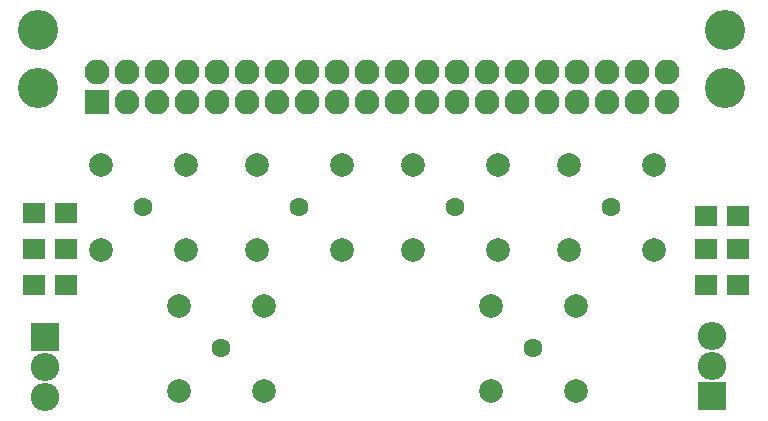
<source format=gbr>
G04 #@! TF.FileFunction,Soldermask,Top*
%FSLAX46Y46*%
G04 Gerber Fmt 4.6, Leading zero omitted, Abs format (unit mm)*
G04 Created by KiCad (PCBNEW 4.0.7) date Wednesday, 28. February 2018 'u13' 15:13:27*
%MOMM*%
%LPD*%
G01*
G04 APERTURE LIST*
%ADD10C,0.100000*%
%ADD11C,1.600000*%
%ADD12C,2.000000*%
%ADD13R,1.900000X1.700000*%
%ADD14R,2.100000X2.100000*%
%ADD15O,2.100000X2.100000*%
%ADD16O,2.398980X2.398980*%
%ADD17R,2.398980X2.398980*%
%ADD18C,3.400000*%
G04 APERTURE END LIST*
D10*
D11*
X141732000Y-82804000D03*
D12*
X138139898Y-79211898D03*
X145324102Y-79211898D03*
X138139898Y-86396102D03*
X145324102Y-86396102D03*
D13*
X108792000Y-83312000D03*
X106092000Y-83312000D03*
X108792000Y-86360000D03*
X106092000Y-86360000D03*
X108792000Y-89408000D03*
X106092000Y-89408000D03*
X162988000Y-83566000D03*
X165688000Y-83566000D03*
X162988000Y-86360000D03*
X165688000Y-86360000D03*
X162988000Y-89408000D03*
X165688000Y-89408000D03*
D14*
X111360000Y-73893680D03*
D15*
X111360000Y-71353680D03*
X113900000Y-73893680D03*
X113900000Y-71353680D03*
X116440000Y-73893680D03*
X116440000Y-71353680D03*
X118980000Y-73893680D03*
X118980000Y-71353680D03*
X121520000Y-73893680D03*
X121520000Y-71353680D03*
X124060000Y-73893680D03*
X124060000Y-71353680D03*
X126600000Y-73893680D03*
X126600000Y-71353680D03*
X129140000Y-73893680D03*
X129140000Y-71353680D03*
X131680000Y-73893680D03*
X131680000Y-71353680D03*
X134220000Y-73893680D03*
X134220000Y-71353680D03*
X136760000Y-73893680D03*
X136760000Y-71353680D03*
X139300000Y-73893680D03*
X139300000Y-71353680D03*
X141840000Y-73893680D03*
X141840000Y-71353680D03*
X144380000Y-73893680D03*
X144380000Y-71353680D03*
X146920000Y-73893680D03*
X146920000Y-71353680D03*
X149460000Y-73893680D03*
X149460000Y-71353680D03*
X152000000Y-73893680D03*
X152000000Y-71353680D03*
X154540000Y-73893680D03*
X154540000Y-71353680D03*
X157080000Y-73893680D03*
X157080000Y-71353680D03*
X159620000Y-73893680D03*
X159620000Y-71353680D03*
D11*
X115316000Y-82804000D03*
D12*
X111723898Y-79211898D03*
X118908102Y-79211898D03*
X111723898Y-86396102D03*
X118908102Y-86396102D03*
D11*
X128524000Y-82804000D03*
D12*
X124931898Y-79211898D03*
X132116102Y-79211898D03*
X124931898Y-86396102D03*
X132116102Y-86396102D03*
D11*
X121920000Y-94742000D03*
D12*
X118327898Y-91149898D03*
X125512102Y-91149898D03*
X118327898Y-98334102D03*
X125512102Y-98334102D03*
D11*
X154940000Y-82804000D03*
D12*
X151347898Y-79211898D03*
X158532102Y-79211898D03*
X151347898Y-86396102D03*
X158532102Y-86396102D03*
D11*
X148336000Y-94742000D03*
D12*
X144743898Y-91149898D03*
X151928102Y-91149898D03*
X144743898Y-98334102D03*
X151928102Y-98334102D03*
D16*
X163500000Y-93720000D03*
D17*
X163500000Y-98800000D03*
D16*
X163500000Y-96260000D03*
X107010000Y-98850000D03*
D17*
X107010000Y-93770000D03*
D16*
X107010000Y-96310000D03*
D18*
X164592000Y-72739000D03*
X164592000Y-67818000D03*
X106426000Y-72739000D03*
X106426000Y-67818000D03*
M02*

</source>
